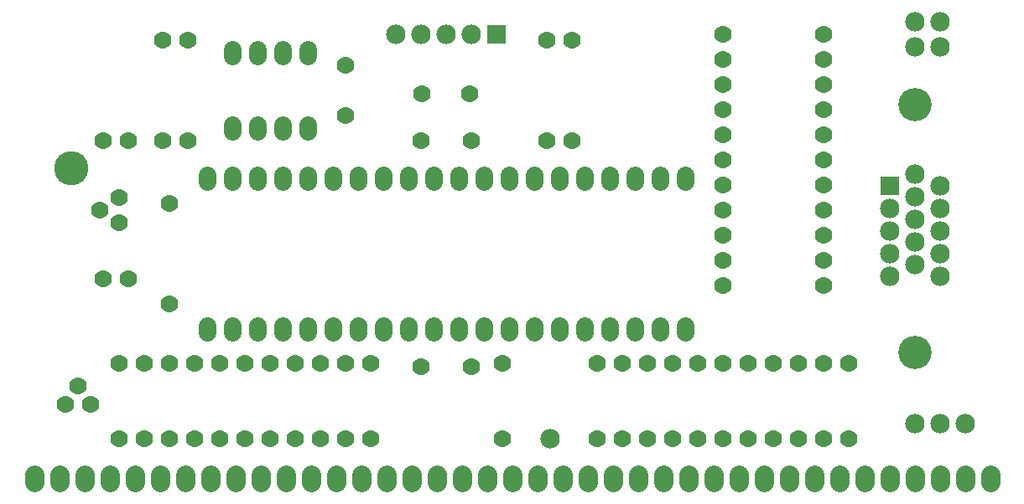
<source format=gbs>
G75*
%MOIN*%
%OFA0B0*%
%FSLAX25Y25*%
%IPPOS*%
%LPD*%
%AMOC8*
5,1,8,0,0,1.08239X$1,22.5*
%
%ADD10C,0.13598*%
%ADD11C,0.07732*%
%ADD12C,0.06984*%
%ADD13C,0.06984*%
%ADD14R,0.07732X0.07732*%
%ADD15C,0.07732*%
%ADD16C,0.13205*%
D10*
X0021299Y0131402D03*
D11*
X0006500Y0009267D02*
X0006500Y0006237D01*
X0016500Y0006237D02*
X0016500Y0009267D01*
X0026500Y0009267D02*
X0026500Y0006237D01*
X0036500Y0006237D02*
X0036500Y0009267D01*
X0046500Y0009267D02*
X0046500Y0006237D01*
X0056500Y0006237D02*
X0056500Y0009267D01*
X0066500Y0009267D02*
X0066500Y0006237D01*
X0076500Y0006237D02*
X0076500Y0009267D01*
X0086500Y0009267D02*
X0086500Y0006237D01*
X0096500Y0006237D02*
X0096500Y0009267D01*
X0106500Y0009267D02*
X0106500Y0006237D01*
X0116500Y0006237D02*
X0116500Y0009267D01*
X0126500Y0009267D02*
X0126500Y0006237D01*
X0136500Y0006237D02*
X0136500Y0009267D01*
X0146500Y0009267D02*
X0146500Y0006237D01*
X0156500Y0006237D02*
X0156500Y0009267D01*
X0166500Y0009267D02*
X0166500Y0006237D01*
X0176500Y0006237D02*
X0176500Y0009267D01*
X0186500Y0009267D02*
X0186500Y0006237D01*
X0196500Y0006237D02*
X0196500Y0009267D01*
X0206500Y0009267D02*
X0206500Y0006237D01*
X0216500Y0006237D02*
X0216500Y0009267D01*
X0226500Y0009267D02*
X0226500Y0006237D01*
X0236500Y0006237D02*
X0236500Y0009267D01*
X0246500Y0009267D02*
X0246500Y0006237D01*
X0256500Y0006237D02*
X0256500Y0009267D01*
X0266500Y0009267D02*
X0266500Y0006237D01*
X0276500Y0006237D02*
X0276500Y0009267D01*
X0286500Y0009267D02*
X0286500Y0006237D01*
X0296500Y0006237D02*
X0296500Y0009267D01*
X0306500Y0009267D02*
X0306500Y0006237D01*
X0316500Y0006237D02*
X0316500Y0009267D01*
X0326500Y0009267D02*
X0326500Y0006237D01*
X0336500Y0006237D02*
X0336500Y0009267D01*
X0346500Y0009267D02*
X0346500Y0006237D01*
X0356500Y0006237D02*
X0356500Y0009267D01*
X0366500Y0009267D02*
X0366500Y0006237D01*
X0376500Y0006237D02*
X0376500Y0009267D01*
X0386500Y0009267D02*
X0386500Y0006237D01*
D12*
X0265250Y0065904D02*
X0265250Y0068596D01*
X0255250Y0068596D02*
X0255250Y0065904D01*
X0245250Y0065904D02*
X0245250Y0068596D01*
X0235250Y0068596D02*
X0235250Y0065904D01*
X0225250Y0065904D02*
X0225250Y0068596D01*
X0215250Y0068596D02*
X0215250Y0065904D01*
X0205250Y0065904D02*
X0205250Y0068596D01*
X0195250Y0068596D02*
X0195250Y0065904D01*
X0185250Y0065904D02*
X0185250Y0068596D01*
X0175250Y0068596D02*
X0175250Y0065904D01*
X0165250Y0065904D02*
X0165250Y0068596D01*
X0155250Y0068596D02*
X0155250Y0065904D01*
X0145250Y0065904D02*
X0145250Y0068596D01*
X0135250Y0068596D02*
X0135250Y0065904D01*
X0125250Y0065904D02*
X0125250Y0068596D01*
X0115250Y0068596D02*
X0115250Y0065904D01*
X0105250Y0065904D02*
X0105250Y0068596D01*
X0095250Y0068596D02*
X0095250Y0065904D01*
X0085250Y0065904D02*
X0085250Y0068596D01*
X0075250Y0068596D02*
X0075250Y0065904D01*
X0075250Y0125904D02*
X0075250Y0128596D01*
X0085250Y0128596D02*
X0085250Y0125904D01*
X0095250Y0125904D02*
X0095250Y0128596D01*
X0105250Y0128596D02*
X0105250Y0125904D01*
X0115250Y0125904D02*
X0115250Y0128596D01*
X0125250Y0128596D02*
X0125250Y0125904D01*
X0135250Y0125904D02*
X0135250Y0128596D01*
X0145250Y0128596D02*
X0145250Y0125904D01*
X0155250Y0125904D02*
X0155250Y0128596D01*
X0165250Y0128596D02*
X0165250Y0125904D01*
X0175250Y0125904D02*
X0175250Y0128596D01*
X0185250Y0128596D02*
X0185250Y0125904D01*
X0195250Y0125904D02*
X0195250Y0128596D01*
X0205250Y0128596D02*
X0205250Y0125904D01*
X0215250Y0125904D02*
X0215250Y0128596D01*
X0225250Y0128596D02*
X0225250Y0125904D01*
X0235250Y0125904D02*
X0235250Y0128596D01*
X0245250Y0128596D02*
X0245250Y0125904D01*
X0255250Y0125904D02*
X0255250Y0128596D01*
X0265250Y0128596D02*
X0265250Y0125904D01*
X0115250Y0145904D02*
X0115250Y0148596D01*
X0105250Y0148596D02*
X0105250Y0145904D01*
X0095250Y0145904D02*
X0095250Y0148596D01*
X0085250Y0148596D02*
X0085250Y0145904D01*
X0085250Y0175904D02*
X0085250Y0178596D01*
X0095250Y0178596D02*
X0095250Y0175904D01*
X0105250Y0175904D02*
X0105250Y0178596D01*
X0115250Y0178596D02*
X0115250Y0175904D01*
D13*
X0130250Y0172250D03*
X0160750Y0161000D03*
X0179750Y0161000D03*
X0180250Y0142250D03*
X0160250Y0142250D03*
X0130250Y0152250D03*
X0067750Y0142250D03*
X0057750Y0142250D03*
X0044000Y0142250D03*
X0034000Y0142250D03*
X0040250Y0119750D03*
X0032750Y0114750D03*
X0040250Y0109750D03*
X0060250Y0117250D03*
X0044000Y0087250D03*
X0034000Y0087250D03*
X0060250Y0077250D03*
X0060250Y0053500D03*
X0070250Y0053500D03*
X0080250Y0053500D03*
X0090250Y0053500D03*
X0100250Y0053500D03*
X0110250Y0053500D03*
X0120250Y0053500D03*
X0130250Y0053500D03*
X0140250Y0053500D03*
X0160250Y0052250D03*
X0180250Y0052250D03*
X0192750Y0053500D03*
X0230250Y0053500D03*
X0240250Y0053500D03*
X0250250Y0053500D03*
X0260250Y0053500D03*
X0270250Y0053500D03*
X0280250Y0053500D03*
X0290250Y0053500D03*
X0300250Y0053500D03*
X0310250Y0053500D03*
X0320250Y0053500D03*
X0330250Y0053500D03*
X0330250Y0023500D03*
X0320250Y0023500D03*
X0310250Y0023500D03*
X0300250Y0023500D03*
X0290250Y0023500D03*
X0280250Y0023500D03*
X0270250Y0023500D03*
X0260250Y0023500D03*
X0250250Y0023500D03*
X0240250Y0023500D03*
X0230250Y0023500D03*
X0192750Y0023500D03*
X0140250Y0023500D03*
X0130250Y0023500D03*
X0120250Y0023500D03*
X0110250Y0023500D03*
X0100250Y0023500D03*
X0090250Y0023500D03*
X0080250Y0023500D03*
X0070250Y0023500D03*
X0060250Y0023500D03*
X0050250Y0023500D03*
X0040250Y0023500D03*
X0029000Y0037250D03*
X0019000Y0037250D03*
X0024000Y0044750D03*
X0040250Y0053500D03*
X0050250Y0053500D03*
X0210250Y0142250D03*
X0220250Y0142250D03*
X0280250Y0144750D03*
X0280250Y0134750D03*
X0280250Y0124750D03*
X0280250Y0114750D03*
X0280250Y0104750D03*
X0280250Y0094750D03*
X0280250Y0084750D03*
X0320250Y0084750D03*
X0320250Y0094750D03*
X0320250Y0104750D03*
X0320250Y0114750D03*
X0320250Y0124750D03*
X0320250Y0134750D03*
X0320250Y0144750D03*
X0320250Y0154750D03*
X0320250Y0164750D03*
X0320250Y0174750D03*
X0320250Y0184750D03*
X0280250Y0184750D03*
X0280250Y0174750D03*
X0280250Y0164750D03*
X0280250Y0154750D03*
X0220250Y0182250D03*
X0210250Y0182250D03*
X0067750Y0182250D03*
X0057750Y0182250D03*
D14*
X0190250Y0184750D03*
X0346500Y0124293D03*
D15*
X0356500Y0119793D03*
X0346500Y0115293D03*
X0356500Y0110793D03*
X0346500Y0106293D03*
X0356500Y0101793D03*
X0346500Y0097293D03*
X0356500Y0092793D03*
X0346500Y0088293D03*
X0366500Y0088293D03*
X0366500Y0097293D03*
X0366500Y0106293D03*
X0366500Y0115293D03*
X0366500Y0124293D03*
X0356500Y0128793D03*
X0356500Y0179750D03*
X0366500Y0179750D03*
X0366500Y0189750D03*
X0356500Y0189750D03*
X0180250Y0184750D03*
X0170250Y0184750D03*
X0160250Y0184750D03*
X0150250Y0184750D03*
X0356500Y0029750D03*
X0366500Y0029750D03*
X0376500Y0029750D03*
X0211500Y0023500D03*
D16*
X0356500Y0058037D03*
X0356500Y0156463D03*
M02*

</source>
